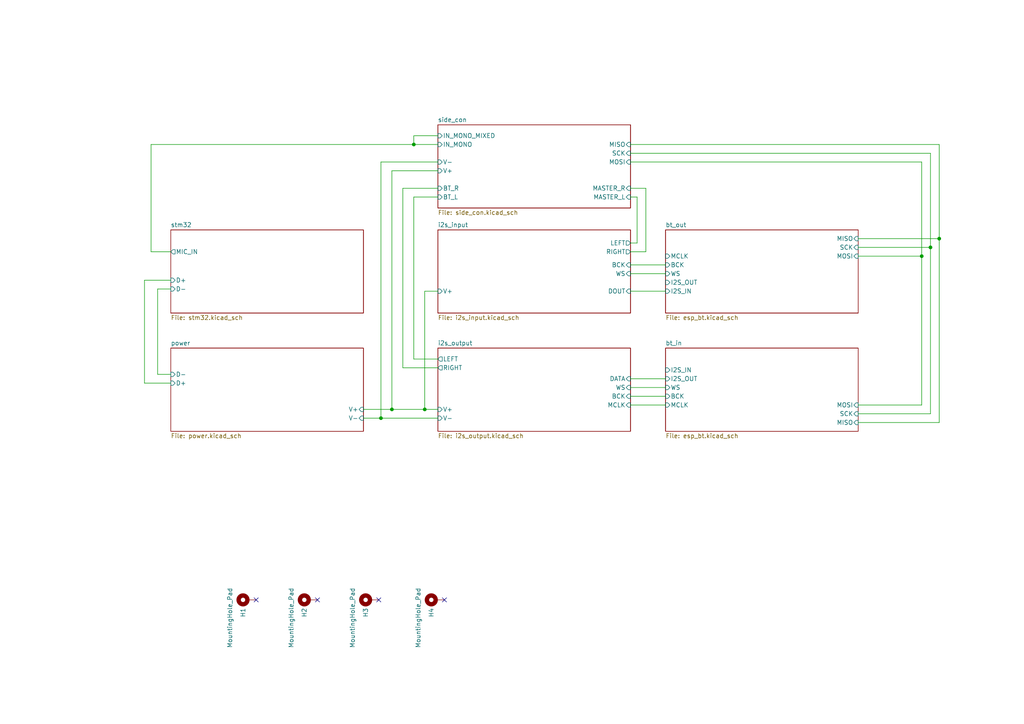
<source format=kicad_sch>
(kicad_sch (version 20211123) (generator eeschema)
  (paper "A4")
  (lib_symbols
    (symbol "Mechanical:MountingHole_Pad" (pin_numbers hide) (pin_names (offset 1.016) hide)
      (property "Reference" "H" (at 0 6.35 0))
      (property "Value" "MountingHole_Pad" (at 0 4.445 0))
      (symbol "MountingHole_Pad_0_1"
        (circle (center 0 1.27) (radius 1.27) (stroke (width 1.27)))
      )
      (symbol "MountingHole_Pad_1_1"
        (pin input line (at 0 -2.54 90) (length 2.54) (name "1") (number "1"))
      )
    )
  )
  (junction (at 120.015 41.91))
  (junction (at 110.49 121.285))
  (junction (at 269.875 71.755))
  (junction (at 123.19 118.745))
  (junction (at 113.665 118.745))
  (junction (at 267.335 74.295))
  (junction (at 272.415 69.215))
  (no_connect (at 74.295 173.99))
  (no_connect (at 109.855 173.99))
  (no_connect (at 92.075 173.99))
  (no_connect (at 128.905 173.99))
  (wire (pts (xy 120.015 57.15) (xy 120.015 104.14)))
  (wire (pts (xy 41.91 111.125) (xy 49.53 111.125)))
  (wire (pts (xy 123.19 118.745) (xy 123.19 84.455)))
  (wire (pts (xy 110.49 46.99) (xy 110.49 121.285)))
  (wire (pts (xy 116.84 54.61) (xy 116.84 106.68)))
  (wire (pts (xy 272.415 69.215) (xy 272.415 122.555)))
  (wire (pts (xy 182.88 46.99) (xy 267.335 46.99)))
  (wire (pts (xy 45.72 108.585) (xy 49.53 108.585)))
  (wire (pts (xy 127 54.61) (xy 116.84 54.61)))
  (wire (pts (xy 187.325 73.025) (xy 187.325 54.61)))
  (wire (pts (xy 182.88 73.025) (xy 187.325 73.025)))
  (wire (pts (xy 127 49.53) (xy 113.665 49.53)))
  (wire (pts (xy 182.88 79.375) (xy 193.04 79.375)))
  (wire (pts (xy 43.815 41.91) (xy 43.815 73.025)))
  (wire (pts (xy 187.325 54.61) (xy 182.88 54.61)))
  (wire (pts (xy 110.49 121.285) (xy 127 121.285)))
  (wire (pts (xy 182.88 109.855) (xy 193.04 109.855)))
  (wire (pts (xy 269.875 120.015) (xy 248.92 120.015)))
  (wire (pts (xy 41.91 81.28) (xy 41.91 111.125)))
  (wire (pts (xy 43.815 73.025) (xy 49.53 73.025)))
  (wire (pts (xy 105.41 118.745) (xy 113.665 118.745)))
  (wire (pts (xy 182.88 117.475) (xy 193.04 117.475)))
  (wire (pts (xy 269.875 71.755) (xy 269.875 120.015)))
  (wire (pts (xy 113.665 49.53) (xy 113.665 118.745)))
  (wire (pts (xy 267.335 74.295) (xy 267.335 117.475)))
  (wire (pts (xy 248.92 71.755) (xy 269.875 71.755)))
  (wire (pts (xy 182.88 112.395) (xy 193.04 112.395)))
  (wire (pts (xy 184.785 57.15) (xy 184.785 70.485)))
  (wire (pts (xy 113.665 118.745) (xy 123.19 118.745)))
  (wire (pts (xy 120.015 104.14) (xy 127 104.14)))
  (wire (pts (xy 248.92 69.215) (xy 272.415 69.215)))
  (wire (pts (xy 127 39.37) (xy 120.015 39.37)))
  (wire (pts (xy 127 46.99) (xy 110.49 46.99)))
  (wire (pts (xy 120.015 39.37) (xy 120.015 41.91)))
  (wire (pts (xy 45.72 83.82) (xy 45.72 108.585)))
  (wire (pts (xy 269.875 44.45) (xy 269.875 71.755)))
  (wire (pts (xy 49.53 83.82) (xy 45.72 83.82)))
  (wire (pts (xy 272.415 41.91) (xy 272.415 69.215)))
  (wire (pts (xy 123.19 118.745) (xy 127 118.745)))
  (wire (pts (xy 120.015 41.91) (xy 127 41.91)))
  (wire (pts (xy 182.88 76.835) (xy 193.04 76.835)))
  (wire (pts (xy 116.84 106.68) (xy 127 106.68)))
  (wire (pts (xy 105.41 121.285) (xy 110.49 121.285)))
  (wire (pts (xy 49.53 81.28) (xy 41.91 81.28)))
  (wire (pts (xy 184.785 70.485) (xy 182.88 70.485)))
  (wire (pts (xy 267.335 117.475) (xy 248.92 117.475)))
  (wire (pts (xy 182.88 57.15) (xy 184.785 57.15)))
  (wire (pts (xy 182.88 41.91) (xy 272.415 41.91)))
  (wire (pts (xy 272.415 122.555) (xy 248.92 122.555)))
  (wire (pts (xy 182.88 84.455) (xy 193.04 84.455)))
  (wire (pts (xy 267.335 46.99) (xy 267.335 74.295)))
  (wire (pts (xy 127 57.15) (xy 120.015 57.15)))
  (wire (pts (xy 43.815 41.91) (xy 120.015 41.91)))
  (wire (pts (xy 123.19 84.455) (xy 127 84.455)))
  (wire (pts (xy 248.92 74.295) (xy 267.335 74.295)))
  (wire (pts (xy 182.88 114.935) (xy 193.04 114.935)))
  (wire (pts (xy 182.88 44.45) (xy 269.875 44.45)))
  (symbol (lib_id "Mechanical:MountingHole_Pad") (at 89.535 173.99 90) (unit 1)
    (property "Reference" "H2" (at 88.265 179.07 0) (effects (justify left)))
    (property "Value" "MountingHole_Pad" (at 84.455 187.96 0) (effects (justify left)))
    (property "Footprint" "MountingHole:MountingHole_3.7mm_Pad" (effects hide))
  )
  (symbol (lib_id "Mechanical:MountingHole_Pad") (at 71.755 173.99 90) (unit 1)
    (property "Reference" "H1" (at 70.485 179.07 0) (effects (justify left)))
    (property "Value" "MountingHole_Pad" (at 66.675 187.96 0) (effects (justify left)))
    (property "Footprint" "MountingHole:MountingHole_3.7mm_Pad" (effects hide))
  )
  (symbol (lib_id "Mechanical:MountingHole_Pad") (at 126.365 173.99 90) (unit 1)
    (property "Reference" "H4" (at 125.095 179.07 0) (effects (justify left)))
    (property "Value" "MountingHole_Pad" (at 121.285 187.96 0) (effects (justify left)))
    (property "Footprint" "MountingHole:MountingHole_3.7mm_Pad" (effects hide))
  )
  (symbol (lib_id "Mechanical:MountingHole_Pad") (at 107.315 173.99 90) (unit 1)
    (property "Reference" "H3" (at 106.045 179.07 0) (effects (justify left)))
    (property "Value" "MountingHole_Pad" (at 102.235 187.96 0) (effects (justify left)))
    (property "Footprint" "MountingHole:MountingHole_3.7mm_Pad" (effects hide))
  )
  (sheet (at 127 36.195) (size 55.88 24.13) (stroke (width 0.1524))
    (property "Sheet name" "side_con" (at 127 35.4834 0) (effects (justify left bottom)))
    (property "Sheet file" "side_con.kicad_sch" (at 127 60.9096 0) (effects (justify left top)))
    (pin "MASTER_R" input (at 182.88 54.61 0))
    (pin "V+" input (at 127 49.53 180))
    (pin "IN_MONO" input (at 127 41.91 180))
    (pin "BT_R" input (at 127 54.61 180))
    (pin "V-" input (at 127 46.99 180))
    (pin "IN_MONO_MIXED" input (at 127 39.37 180))
    (pin "MASTER_L" input (at 182.88 57.15 0))
    (pin "BT_L" input (at 127 57.15 180))
    (pin "MOSI" input (at 182.88 46.99 0))
    (pin "MISO" input (at 182.88 41.91 0))
    (pin "SCK" input (at 182.88 44.45 0))
  )
  (sheet (at 127 100.965) (size 55.88 24.13) (stroke (width 0.1524))
    (property "Sheet name" "i2s_output" (at 127 100.2534 0) (effects (justify left bottom)))
    (property "Sheet file" "i2s_output.kicad_sch" (at 127 125.6796 0) (effects (justify left top)))
    (pin "V+" input (at 127 118.745 180))
    (pin "V-" input (at 127 121.285 180))
    (pin "RIGHT" output (at 127 106.68 180))
    (pin "DATA" input (at 182.88 109.855 0))
    (pin "BCK" input (at 182.88 114.935 0))
    (pin "WS" input (at 182.88 112.395 0))
    (pin "LEFT" output (at 127 104.14 180))
    (pin "MCLK" input (at 182.88 117.475 0))
  )
  (sheet (at 49.53 100.965) (size 55.88 24.13) (stroke (width 0.1524))
    (property "Sheet name" "power" (at 49.53 100.2534 0) (effects (justify left bottom)))
    (property "Sheet file" "power.kicad_sch" (at 49.53 125.6796 0) (effects (justify left top)))
    (pin "V-" input (at 105.41 121.285 0))
    (pin "V+" input (at 105.41 118.745 0))
    (pin "D-" input (at 49.53 108.585 180))
    (pin "D+" input (at 49.53 111.125 180))
  )
  (sheet (at 193.04 66.675) (size 55.88 24.13) (stroke (width 0.1524))
    (property "Sheet name" "bt_out" (at 193.04 65.9634 0) (effects (justify left bottom)))
    (property "Sheet file" "esp_bt.kicad_sch" (at 193.04 91.3896 0) (effects (justify left top)))
    (pin "MCLK" input (at 193.04 74.295 180))
    (pin "I2S_OUT" input (at 193.04 81.915 180))
    (pin "I2S_IN" input (at 193.04 84.455 180))
    (pin "MOSI" input (at 248.92 74.295 0))
    (pin "WS" input (at 193.04 79.375 180))
    (pin "BCK" input (at 193.04 76.835 180))
    (pin "MISO" input (at 248.92 69.215 0))
    (pin "SCK" input (at 248.92 71.755 0))
  )
  (sheet (at 193.04 100.965) (size 55.88 24.13) (stroke (width 0.1524))
    (property "Sheet name" "bt_in" (at 193.04 100.2534 0) (effects (justify left bottom)))
    (property "Sheet file" "esp_bt.kicad_sch" (at 193.04 125.6796 0) (effects (justify left top)))
    (pin "MCLK" input (at 193.04 117.475 180))
    (pin "I2S_OUT" input (at 193.04 109.855 180))
    (pin "I2S_IN" input (at 193.04 107.315 180))
    (pin "MOSI" input (at 248.92 117.475 0))
    (pin "WS" input (at 193.04 112.395 180))
    (pin "BCK" input (at 193.04 114.935 180))
    (pin "MISO" input (at 248.92 122.555 0))
    (pin "SCK" input (at 248.92 120.015 0))
  )
  (sheet (at 127 66.675) (size 55.88 24.13) (stroke (width 0.1524))
    (property "Sheet name" "i2s_input" (at 127 65.9634 0) (effects (justify left bottom)))
    (property "Sheet file" "i2s_input.kicad_sch" (at 127 91.3896 0) (effects (justify left top)))
    (pin "RIGHT" output (at 182.88 73.025 0))
    (pin "LEFT" output (at 182.88 70.485 0))
    (pin "WS" input (at 182.88 79.375 0))
    (pin "BCK" input (at 182.88 76.835 0))
    (pin "DOUT" input (at 182.88 84.455 0))
    (pin "V+" input (at 127 84.455 180))
  )
  (sheet (at 49.53 66.675) (size 55.88 24.13) (stroke (width 0.1524))
    (property "Sheet name" "stm32" (at 49.53 65.9634 0) (effects (justify left bottom)))
    (property "Sheet file" "stm32.kicad_sch" (at 49.53 91.3896 0) (effects (justify left top)))
    (pin "MIC_IN" output (at 49.53 73.025 180))
    (pin "D+" input (at 49.53 81.28 180))
    (pin "D-" input (at 49.53 83.82 180))
  )
)
</source>
